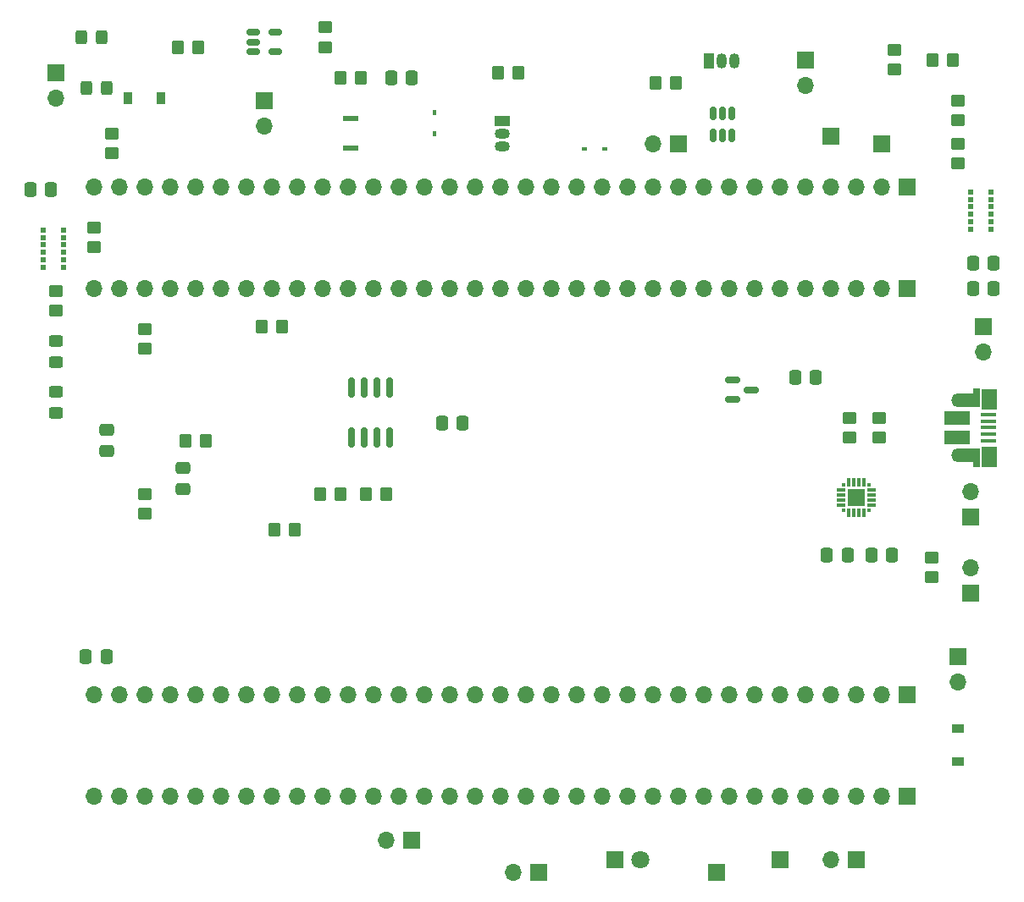
<source format=gbr>
%TF.GenerationSoftware,KiCad,Pcbnew,(6.0.4)*%
%TF.CreationDate,2022-04-22T00:13:30+02:00*%
%TF.ProjectId,main,6d61696e-2e6b-4696-9361-645f70636258,rev?*%
%TF.SameCoordinates,Original*%
%TF.FileFunction,Soldermask,Top*%
%TF.FilePolarity,Negative*%
%FSLAX46Y46*%
G04 Gerber Fmt 4.6, Leading zero omitted, Abs format (unit mm)*
G04 Created by KiCad (PCBNEW (6.0.4)) date 2022-04-22 00:13:30*
%MOMM*%
%LPD*%
G01*
G04 APERTURE LIST*
G04 Aperture macros list*
%AMRoundRect*
0 Rectangle with rounded corners*
0 $1 Rounding radius*
0 $2 $3 $4 $5 $6 $7 $8 $9 X,Y pos of 4 corners*
0 Add a 4 corners polygon primitive as box body*
4,1,4,$2,$3,$4,$5,$6,$7,$8,$9,$2,$3,0*
0 Add four circle primitives for the rounded corners*
1,1,$1+$1,$2,$3*
1,1,$1+$1,$4,$5*
1,1,$1+$1,$6,$7*
1,1,$1+$1,$8,$9*
0 Add four rect primitives between the rounded corners*
20,1,$1+$1,$2,$3,$4,$5,0*
20,1,$1+$1,$4,$5,$6,$7,0*
20,1,$1+$1,$6,$7,$8,$9,0*
20,1,$1+$1,$8,$9,$2,$3,0*%
G04 Aperture macros list end*
%ADD10RoundRect,0.250000X-0.350000X-0.450000X0.350000X-0.450000X0.350000X0.450000X-0.350000X0.450000X0*%
%ADD11RoundRect,0.250000X-0.337500X-0.475000X0.337500X-0.475000X0.337500X0.475000X-0.337500X0.475000X0*%
%ADD12RoundRect,0.250000X-0.450000X0.350000X-0.450000X-0.350000X0.450000X-0.350000X0.450000X0.350000X0*%
%ADD13R,1.700000X1.700000*%
%ADD14O,1.700000X1.700000*%
%ADD15RoundRect,0.250000X0.337500X0.475000X-0.337500X0.475000X-0.337500X-0.475000X0.337500X-0.475000X0*%
%ADD16RoundRect,0.150000X-0.512500X-0.150000X0.512500X-0.150000X0.512500X0.150000X-0.512500X0.150000X0*%
%ADD17R,0.600000X0.550000*%
%ADD18RoundRect,0.250000X0.450000X-0.350000X0.450000X0.350000X-0.450000X0.350000X-0.450000X-0.350000X0*%
%ADD19RoundRect,0.250000X0.350000X0.450000X-0.350000X0.450000X-0.350000X-0.450000X0.350000X-0.450000X0*%
%ADD20RoundRect,0.250000X-0.450000X0.325000X-0.450000X-0.325000X0.450000X-0.325000X0.450000X0.325000X0*%
%ADD21RoundRect,0.250000X0.325000X0.450000X-0.325000X0.450000X-0.325000X-0.450000X0.325000X-0.450000X0*%
%ADD22RoundRect,0.250000X-0.475000X0.337500X-0.475000X-0.337500X0.475000X-0.337500X0.475000X0.337500X0*%
%ADD23R,1.650000X0.400000*%
%ADD24R,2.500000X1.430000*%
%ADD25R,2.000000X1.350000*%
%ADD26O,1.500000X1.100000*%
%ADD27R,0.700000X1.825000*%
%ADD28O,1.700000X1.350000*%
%ADD29R,1.500000X2.000000*%
%ADD30R,1.500000X1.050000*%
%ADD31O,1.500000X1.050000*%
%ADD32RoundRect,0.250000X-0.325000X-0.450000X0.325000X-0.450000X0.325000X0.450000X-0.325000X0.450000X0*%
%ADD33R,0.300000X0.300000*%
%ADD34R,0.300000X0.900000*%
%ADD35R,0.900000X0.300000*%
%ADD36R,1.800000X1.800000*%
%ADD37RoundRect,0.150000X0.150000X-0.512500X0.150000X0.512500X-0.150000X0.512500X-0.150000X-0.512500X0*%
%ADD38C,1.800000*%
%ADD39R,1.500000X0.500000*%
%ADD40R,1.050000X1.500000*%
%ADD41O,1.050000X1.500000*%
%ADD42R,1.200000X0.900000*%
%ADD43R,0.900000X1.200000*%
%ADD44R,0.600000X0.450000*%
%ADD45RoundRect,0.250000X0.450000X-0.325000X0.450000X0.325000X-0.450000X0.325000X-0.450000X-0.325000X0*%
%ADD46RoundRect,0.150000X-0.150000X0.825000X-0.150000X-0.825000X0.150000X-0.825000X0.150000X0.825000X0*%
%ADD47RoundRect,0.150000X-0.587500X-0.150000X0.587500X-0.150000X0.587500X0.150000X-0.587500X0.150000X0*%
%ADD48R,0.450000X0.600000*%
G04 APERTURE END LIST*
D10*
%TO.C,R18*%
X161052000Y-110744000D03*
X163052000Y-110744000D03*
%TD*%
D11*
%TO.C,C8*%
X226292500Y-90170000D03*
X228367500Y-90170000D03*
%TD*%
D12*
%TO.C,R6*%
X216945000Y-103140000D03*
X216945000Y-105140000D03*
%TD*%
D10*
%TO.C,R3*%
X163068000Y-69088000D03*
X165068000Y-69088000D03*
%TD*%
D12*
%TO.C,R13*%
X140208000Y-74692000D03*
X140208000Y-76692000D03*
%TD*%
%TO.C,R4*%
X143510000Y-94250000D03*
X143510000Y-96250000D03*
%TD*%
D10*
%TO.C,R19*%
X165624000Y-110744000D03*
X167624000Y-110744000D03*
%TD*%
D13*
%TO.C,JP4*%
X170185000Y-145415000D03*
D14*
X167645000Y-145415000D03*
%TD*%
D13*
%TO.C,TP7*%
X217170000Y-75692000D03*
%TD*%
D15*
%TO.C,C12*%
X175281500Y-103632000D03*
X173206500Y-103632000D03*
%TD*%
D16*
%TO.C,U4*%
X154310500Y-64582000D03*
X154310500Y-65532000D03*
X154310500Y-66482000D03*
X156585500Y-66482000D03*
X156585500Y-64582000D03*
%TD*%
D11*
%TO.C,C1*%
X208512500Y-99060000D03*
X210587500Y-99060000D03*
%TD*%
%TO.C,C7*%
X226292500Y-87630000D03*
X228367500Y-87630000D03*
%TD*%
D17*
%TO.C,U6*%
X226060000Y-80530000D03*
X226060000Y-81280000D03*
X226060000Y-82030000D03*
X226060000Y-82780000D03*
X226060000Y-83530000D03*
X226060000Y-84280000D03*
X228060000Y-84280000D03*
X228060000Y-83530000D03*
X228060000Y-82780000D03*
X228060000Y-82030000D03*
X228060000Y-81280000D03*
X228060000Y-80530000D03*
%TD*%
D13*
%TO.C,TP11*%
X212090000Y-74930000D03*
%TD*%
D11*
%TO.C,C10*%
X211687500Y-116840000D03*
X213762500Y-116840000D03*
%TD*%
D18*
%TO.C,R11*%
X224790000Y-77708000D03*
X224790000Y-75708000D03*
%TD*%
D13*
%TO.C,JP11*%
X182880000Y-148590000D03*
D14*
X180340000Y-148590000D03*
%TD*%
D13*
%TO.C,TP9*%
X200660000Y-148590000D03*
%TD*%
D19*
%TO.C,R12*%
X148844000Y-66040000D03*
X146844000Y-66040000D03*
%TD*%
D12*
%TO.C,R8*%
X213995000Y-103140000D03*
X213995000Y-105140000D03*
%TD*%
D10*
%TO.C,R7*%
X156480000Y-114300000D03*
X158480000Y-114300000D03*
%TD*%
D13*
%TO.C,JP9*%
X196855000Y-75692000D03*
D14*
X194315000Y-75692000D03*
%TD*%
D20*
%TO.C,D8*%
X134620000Y-95495000D03*
X134620000Y-97545000D03*
%TD*%
D21*
%TO.C,D6*%
X139709000Y-70104000D03*
X137659000Y-70104000D03*
%TD*%
D17*
%TO.C,U3*%
X133350000Y-84340000D03*
X133350000Y-85090000D03*
X133350000Y-85840000D03*
X133350000Y-86590000D03*
X133350000Y-87340000D03*
X133350000Y-88090000D03*
X135350000Y-88090000D03*
X135350000Y-87340000D03*
X135350000Y-86590000D03*
X135350000Y-85840000D03*
X135350000Y-85090000D03*
X135350000Y-84340000D03*
%TD*%
D13*
%TO.C,TP8*%
X207010000Y-147320000D03*
%TD*%
%TO.C,J2*%
X219710000Y-90170000D03*
D14*
X217170000Y-90170000D03*
X214630000Y-90170000D03*
X212090000Y-90170000D03*
X209550000Y-90170000D03*
X207010000Y-90170000D03*
X204470000Y-90170000D03*
X201930000Y-90170000D03*
X199390000Y-90170000D03*
X196850000Y-90170000D03*
X194310000Y-90170000D03*
X191770000Y-90170000D03*
X189230000Y-90170000D03*
X186690000Y-90170000D03*
X184150000Y-90170000D03*
X181610000Y-90170000D03*
X179070000Y-90170000D03*
X176530000Y-90170000D03*
X173990000Y-90170000D03*
X171450000Y-90170000D03*
X168910000Y-90170000D03*
X166370000Y-90170000D03*
X163830000Y-90170000D03*
X161290000Y-90170000D03*
X158750000Y-90170000D03*
X156210000Y-90170000D03*
X153670000Y-90170000D03*
X151130000Y-90170000D03*
X148590000Y-90170000D03*
X146050000Y-90170000D03*
X143510000Y-90170000D03*
X140970000Y-90170000D03*
X138430000Y-90170000D03*
%TD*%
D18*
%TO.C,R5*%
X134620000Y-92440000D03*
X134620000Y-90440000D03*
%TD*%
D13*
%TO.C,JP2*%
X214630000Y-147320000D03*
D14*
X212090000Y-147320000D03*
%TD*%
D13*
%TO.C,JP5*%
X226060000Y-120650000D03*
D14*
X226060000Y-118110000D03*
%TD*%
D18*
%TO.C,R22*%
X222199200Y-119094000D03*
X222199200Y-117094000D03*
%TD*%
D22*
%TO.C,C6*%
X147320000Y-108182500D03*
X147320000Y-110257500D03*
%TD*%
D10*
%TO.C,R1*%
X178832000Y-68580000D03*
X180832000Y-68580000D03*
%TD*%
%TO.C,R2*%
X194580000Y-69596000D03*
X196580000Y-69596000D03*
%TD*%
D18*
%TO.C,R9*%
X138430000Y-86090000D03*
X138430000Y-84090000D03*
%TD*%
%TO.C,R24*%
X143510000Y-112760000D03*
X143510000Y-110760000D03*
%TD*%
D23*
%TO.C,J5*%
X227825000Y-102815000D03*
X227825000Y-103465000D03*
X227825000Y-104115000D03*
X227825000Y-104765000D03*
X227825000Y-105415000D03*
D24*
X224675000Y-103155000D03*
D25*
X225875000Y-106865000D03*
D26*
X227945000Y-106535000D03*
D27*
X226625000Y-101165000D03*
D28*
X224945000Y-106845000D03*
D24*
X224675000Y-105075000D03*
D29*
X227925000Y-101265000D03*
D26*
X227945000Y-101695000D03*
D28*
X224945000Y-101385000D03*
D25*
X225875000Y-101385000D03*
D27*
X226625000Y-107115000D03*
D29*
X227945000Y-107015000D03*
%TD*%
D10*
%TO.C,R15*%
X147590000Y-105410000D03*
X149590000Y-105410000D03*
%TD*%
D13*
%TO.C,J1*%
X219710000Y-80010000D03*
D14*
X217170000Y-80010000D03*
X214630000Y-80010000D03*
X212090000Y-80010000D03*
X209550000Y-80010000D03*
X207010000Y-80010000D03*
X204470000Y-80010000D03*
X201930000Y-80010000D03*
X199390000Y-80010000D03*
X196850000Y-80010000D03*
X194310000Y-80010000D03*
X191770000Y-80010000D03*
X189230000Y-80010000D03*
X186690000Y-80010000D03*
X184150000Y-80010000D03*
X181610000Y-80010000D03*
X179070000Y-80010000D03*
X176530000Y-80010000D03*
X173990000Y-80010000D03*
X171450000Y-80010000D03*
X168910000Y-80010000D03*
X166370000Y-80010000D03*
X163830000Y-80010000D03*
X161290000Y-80010000D03*
X158750000Y-80010000D03*
X156210000Y-80010000D03*
X153670000Y-80010000D03*
X151130000Y-80010000D03*
X148590000Y-80010000D03*
X146050000Y-80010000D03*
X143510000Y-80010000D03*
X140970000Y-80010000D03*
X138430000Y-80010000D03*
%TD*%
D18*
%TO.C,R20*%
X224790000Y-73390000D03*
X224790000Y-71390000D03*
%TD*%
D30*
%TO.C,Q1*%
X179213000Y-73406000D03*
D31*
X179213000Y-74676000D03*
X179213000Y-75946000D03*
%TD*%
D13*
%TO.C,JP7*%
X224790000Y-127000000D03*
D14*
X224790000Y-129540000D03*
%TD*%
D12*
%TO.C,R23*%
X161544000Y-64040000D03*
X161544000Y-66040000D03*
%TD*%
D13*
%TO.C,JP6*%
X226060000Y-113030000D03*
D14*
X226060000Y-110490000D03*
%TD*%
D32*
%TO.C,D5*%
X137151000Y-65024000D03*
X139201000Y-65024000D03*
%TD*%
D33*
%TO.C,U7*%
X213380000Y-112375000D03*
D34*
X213880000Y-112675000D03*
X214380000Y-112675000D03*
X214880000Y-112675000D03*
X215380000Y-112675000D03*
D33*
X215880000Y-112375000D03*
D35*
X216180000Y-111875000D03*
X216180000Y-111375000D03*
X216180000Y-110875000D03*
X216180000Y-110375000D03*
D33*
X215880000Y-109875000D03*
D34*
X215380000Y-109575000D03*
X214880000Y-109575000D03*
X214380000Y-109575000D03*
X213880000Y-109575000D03*
D33*
X213380000Y-109875000D03*
D35*
X213080000Y-110375000D03*
X213080000Y-110875000D03*
X213080000Y-111375000D03*
X213080000Y-111875000D03*
D36*
X214630000Y-111125000D03*
%TD*%
D19*
%TO.C,R21*%
X224250000Y-67310000D03*
X222250000Y-67310000D03*
%TD*%
D37*
%TO.C,U1*%
X200284000Y-74919000D03*
X201234000Y-74919000D03*
X202184000Y-74919000D03*
X202184000Y-72644000D03*
X201234000Y-72644000D03*
X200284000Y-72644000D03*
%TD*%
D36*
%TO.C,Q3*%
X190500000Y-147320000D03*
D38*
X193040000Y-147320000D03*
%TD*%
D39*
%TO.C,D4*%
X164084000Y-73176000D03*
X164084000Y-76176000D03*
%TD*%
D40*
%TO.C,Q2*%
X199898000Y-67416000D03*
D41*
X201168000Y-67416000D03*
X202438000Y-67416000D03*
%TD*%
D42*
%TO.C,D13*%
X224790000Y-137540000D03*
X224790000Y-134240000D03*
%TD*%
D13*
%TO.C,J4*%
X219710000Y-140970000D03*
D14*
X217170000Y-140970000D03*
X214630000Y-140970000D03*
X212090000Y-140970000D03*
X209550000Y-140970000D03*
X207010000Y-140970000D03*
X204470000Y-140970000D03*
X201930000Y-140970000D03*
X199390000Y-140970000D03*
X196850000Y-140970000D03*
X194310000Y-140970000D03*
X191770000Y-140970000D03*
X189230000Y-140970000D03*
X186690000Y-140970000D03*
X184150000Y-140970000D03*
X181610000Y-140970000D03*
X179070000Y-140970000D03*
X176530000Y-140970000D03*
X173990000Y-140970000D03*
X171450000Y-140970000D03*
X168910000Y-140970000D03*
X166370000Y-140970000D03*
X163830000Y-140970000D03*
X161290000Y-140970000D03*
X158750000Y-140970000D03*
X156210000Y-140970000D03*
X153670000Y-140970000D03*
X151130000Y-140970000D03*
X148590000Y-140970000D03*
X146050000Y-140970000D03*
X143510000Y-140970000D03*
X140970000Y-140970000D03*
X138430000Y-140970000D03*
%TD*%
D10*
%TO.C,R14*%
X155210000Y-93980000D03*
X157210000Y-93980000D03*
%TD*%
D11*
%TO.C,C4*%
X132058500Y-80264000D03*
X134133500Y-80264000D03*
%TD*%
D13*
%TO.C,JP1*%
X209550000Y-67310000D03*
D14*
X209550000Y-69850000D03*
%TD*%
D13*
%TO.C,JP8*%
X134620000Y-68580000D03*
D14*
X134620000Y-71120000D03*
%TD*%
D43*
%TO.C,D1*%
X141860000Y-71120000D03*
X145160000Y-71120000D03*
%TD*%
D13*
%TO.C,JP3*%
X227330000Y-93980000D03*
D14*
X227330000Y-96520000D03*
%TD*%
D13*
%TO.C,J3*%
X219710000Y-130810000D03*
D14*
X217170000Y-130810000D03*
X214630000Y-130810000D03*
X212090000Y-130810000D03*
X209550000Y-130810000D03*
X207010000Y-130810000D03*
X204470000Y-130810000D03*
X201930000Y-130810000D03*
X199390000Y-130810000D03*
X196850000Y-130810000D03*
X194310000Y-130810000D03*
X191770000Y-130810000D03*
X189230000Y-130810000D03*
X186690000Y-130810000D03*
X184150000Y-130810000D03*
X181610000Y-130810000D03*
X179070000Y-130810000D03*
X176530000Y-130810000D03*
X173990000Y-130810000D03*
X171450000Y-130810000D03*
X168910000Y-130810000D03*
X166370000Y-130810000D03*
X163830000Y-130810000D03*
X161290000Y-130810000D03*
X158750000Y-130810000D03*
X156210000Y-130810000D03*
X153670000Y-130810000D03*
X151130000Y-130810000D03*
X148590000Y-130810000D03*
X146050000Y-130810000D03*
X143510000Y-130810000D03*
X140970000Y-130810000D03*
X138430000Y-130810000D03*
%TD*%
D12*
%TO.C,R10*%
X218440000Y-66310000D03*
X218440000Y-68310000D03*
%TD*%
D44*
%TO.C,D12*%
X189518000Y-76200000D03*
X187418000Y-76200000D03*
%TD*%
D11*
%TO.C,C2*%
X137625000Y-127000000D03*
X139700000Y-127000000D03*
%TD*%
D45*
%TO.C,D9*%
X134620000Y-102625000D03*
X134620000Y-100575000D03*
%TD*%
D11*
%TO.C,C3*%
X168148000Y-69088000D03*
X170223000Y-69088000D03*
%TD*%
D46*
%TO.C,U5*%
X167956000Y-100141000D03*
X166686000Y-100141000D03*
X165416000Y-100141000D03*
X164146000Y-100141000D03*
X164146000Y-105091000D03*
X165416000Y-105091000D03*
X166686000Y-105091000D03*
X167956000Y-105091000D03*
%TD*%
D11*
%TO.C,C9*%
X216132500Y-116840000D03*
X218207500Y-116840000D03*
%TD*%
D13*
%TO.C,JP10*%
X155448000Y-71369000D03*
D14*
X155448000Y-73909000D03*
%TD*%
D47*
%TO.C,U2*%
X202262500Y-99380000D03*
X202262500Y-101280000D03*
X204137500Y-100330000D03*
%TD*%
D48*
%TO.C,D7*%
X172461000Y-74710000D03*
X172461000Y-72610000D03*
%TD*%
D22*
%TO.C,C5*%
X139700000Y-104372500D03*
X139700000Y-106447500D03*
%TD*%
M02*

</source>
